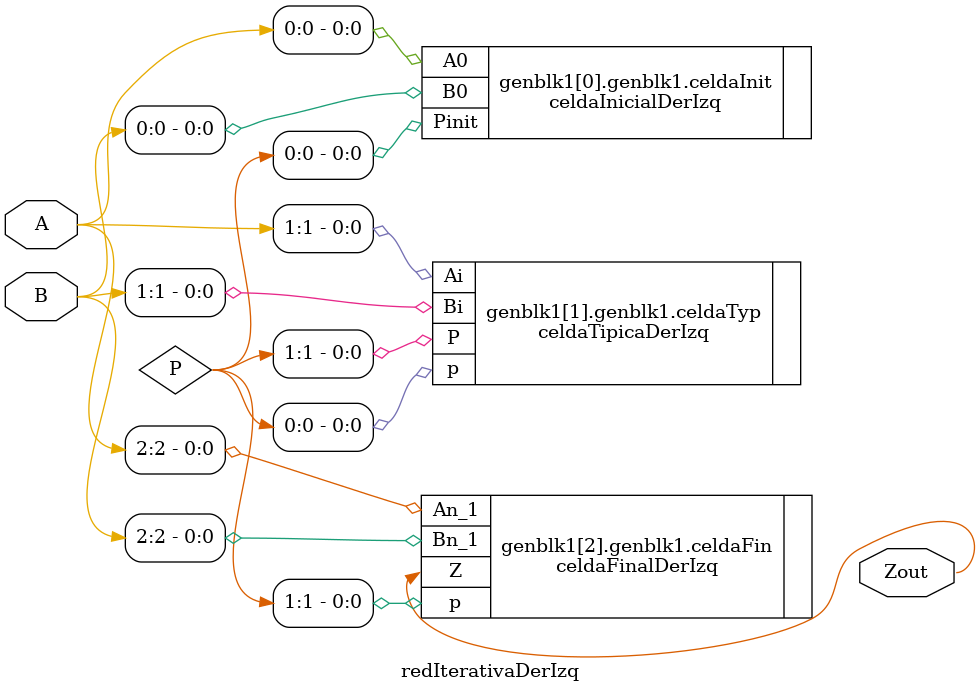
<source format=v>
/* Definición de módulo para la red iterativa analizando 
   las palabras de derecha a izquierda */

module redIterativaDerIzq
#( parameter N = 3 ) (
    input [N - 1:0] A, B,
    output wire Zout
);
    wire [N - 2:0] P; 
    genvar i;

    generate 
        for (i = 0; i <= N-1; i = i + 1) // instancias de celdaInicial y celdaFinal dentro del for/generate????
        begin 
            case (i)
                0 : begin
                    celdaInicialDerIzq celdaInit (.A0(A[0]), .B0(B[0]), .Pinit(P[0]));
                end 
                N-1 : begin
                    celdaFinalDerIzq celdaFin (.An_1(A[N-1]), .Bn_1(B[N-1]), .p(P[N-2]), .Z(Zout)); 
                    /* P[1] y Q[1] son los próximos estados de la última celda típica, 
                    y por tanto son el estado presente de la celda final*/
                end 
                default : begin
                    celdaTipicaDerIzq celdaTyp (.p(P[i - 1]), .Ai(A[i]), .Bi(B[i]), .P(P[i]) );
                end 
            endcase   
        end
    endgenerate
endmodule
</source>
